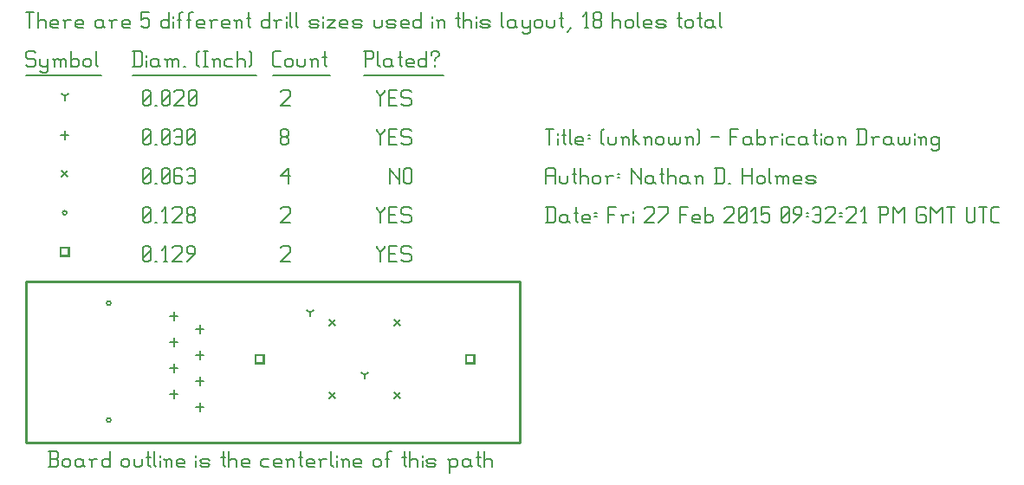
<source format=gbr>
G04 start of page 13 for group -3984 idx -3984 *
G04 Title: (unknown), fab *
G04 Creator: pcb 20140316 *
G04 CreationDate: Fri 27 Feb 2015 09:32:21 PM GMT UTC *
G04 For: ndholmes *
G04 Format: Gerber/RS-274X *
G04 PCB-Dimensions (mil): 1900.00 620.00 *
G04 PCB-Coordinate-Origin: lower left *
%MOIN*%
%FSLAX25Y25*%
%LNFAB*%
%ADD57C,0.0100*%
%ADD56C,0.0060*%
%ADD55R,0.0080X0.0080*%
G54D55*X169400Y33600D02*X172600D01*
X169400D02*Y30400D01*
X172600D01*
Y33600D02*Y30400D01*
X88400Y33600D02*X91600D01*
X88400D02*Y30400D01*
X91600D01*
Y33600D02*Y30400D01*
X13400Y74850D02*X16600D01*
X13400D02*Y71650D01*
X16600D01*
Y74850D02*Y71650D01*
G54D56*X135000Y75500D02*Y74750D01*
X136500Y73250D01*
X138000Y74750D01*
Y75500D02*Y74750D01*
X136500Y73250D02*Y69500D01*
X139800Y72500D02*X142050D01*
X139800Y69500D02*X142800D01*
X139800Y75500D02*Y69500D01*
Y75500D02*X142800D01*
X147600D02*X148350Y74750D01*
X145350Y75500D02*X147600D01*
X144600Y74750D02*X145350Y75500D01*
X144600Y74750D02*Y73250D01*
X145350Y72500D01*
X147600D01*
X148350Y71750D01*
Y70250D01*
X147600Y69500D02*X148350Y70250D01*
X145350Y69500D02*X147600D01*
X144600Y70250D02*X145350Y69500D01*
X98000Y74750D02*X98750Y75500D01*
X101000D01*
X101750Y74750D01*
Y73250D01*
X98000Y69500D02*X101750Y73250D01*
X98000Y69500D02*X101750D01*
X45000Y70250D02*X45750Y69500D01*
X45000Y74750D02*Y70250D01*
Y74750D02*X45750Y75500D01*
X47250D01*
X48000Y74750D01*
Y70250D01*
X47250Y69500D02*X48000Y70250D01*
X45750Y69500D02*X47250D01*
X45000Y71000D02*X48000Y74000D01*
X49800Y69500D02*X50550D01*
X53100D02*X54600D01*
X53850Y75500D02*Y69500D01*
X52350Y74000D02*X53850Y75500D01*
X56400Y74750D02*X57150Y75500D01*
X59400D01*
X60150Y74750D01*
Y73250D01*
X56400Y69500D02*X60150Y73250D01*
X56400Y69500D02*X60150D01*
X61950D02*X64950Y72500D01*
Y74750D02*Y72500D01*
X64200Y75500D02*X64950Y74750D01*
X62700Y75500D02*X64200D01*
X61950Y74750D02*X62700Y75500D01*
X61950Y74750D02*Y73250D01*
X62700Y72500D01*
X64950D01*
X31200Y53500D02*G75*G03X32800Y53500I800J0D01*G01*
G75*G03X31200Y53500I-800J0D01*G01*
Y8500D02*G75*G03X32800Y8500I800J0D01*G01*
G75*G03X31200Y8500I-800J0D01*G01*
X14200Y88250D02*G75*G03X15800Y88250I800J0D01*G01*
G75*G03X14200Y88250I-800J0D01*G01*
X135000Y90500D02*Y89750D01*
X136500Y88250D01*
X138000Y89750D01*
Y90500D02*Y89750D01*
X136500Y88250D02*Y84500D01*
X139800Y87500D02*X142050D01*
X139800Y84500D02*X142800D01*
X139800Y90500D02*Y84500D01*
Y90500D02*X142800D01*
X147600D02*X148350Y89750D01*
X145350Y90500D02*X147600D01*
X144600Y89750D02*X145350Y90500D01*
X144600Y89750D02*Y88250D01*
X145350Y87500D01*
X147600D01*
X148350Y86750D01*
Y85250D01*
X147600Y84500D02*X148350Y85250D01*
X145350Y84500D02*X147600D01*
X144600Y85250D02*X145350Y84500D01*
X98000Y89750D02*X98750Y90500D01*
X101000D01*
X101750Y89750D01*
Y88250D01*
X98000Y84500D02*X101750Y88250D01*
X98000Y84500D02*X101750D01*
X45000Y85250D02*X45750Y84500D01*
X45000Y89750D02*Y85250D01*
Y89750D02*X45750Y90500D01*
X47250D01*
X48000Y89750D01*
Y85250D01*
X47250Y84500D02*X48000Y85250D01*
X45750Y84500D02*X47250D01*
X45000Y86000D02*X48000Y89000D01*
X49800Y84500D02*X50550D01*
X53100D02*X54600D01*
X53850Y90500D02*Y84500D01*
X52350Y89000D02*X53850Y90500D01*
X56400Y89750D02*X57150Y90500D01*
X59400D01*
X60150Y89750D01*
Y88250D01*
X56400Y84500D02*X60150Y88250D01*
X56400Y84500D02*X60150D01*
X61950Y85250D02*X62700Y84500D01*
X61950Y86750D02*Y85250D01*
Y86750D02*X62700Y87500D01*
X64200D01*
X64950Y86750D01*
Y85250D01*
X64200Y84500D02*X64950Y85250D01*
X62700Y84500D02*X64200D01*
X61950Y88250D02*X62700Y87500D01*
X61950Y89750D02*Y88250D01*
Y89750D02*X62700Y90500D01*
X64200D01*
X64950Y89750D01*
Y88250D01*
X64200Y87500D02*X64950Y88250D01*
X116800Y19150D02*X119200Y16750D01*
X116800D02*X119200Y19150D01*
X116800Y47250D02*X119200Y44850D01*
X116800D02*X119200Y47250D01*
X141800Y19150D02*X144200Y16750D01*
X141800D02*X144200Y19150D01*
X141800Y47250D02*X144200Y44850D01*
X141800D02*X144200Y47250D01*
X13800Y104450D02*X16200Y102050D01*
X13800D02*X16200Y104450D01*
X140000Y105500D02*Y99500D01*
Y105500D02*Y104750D01*
X143750Y101000D01*
Y105500D02*Y99500D01*
X145550Y104750D02*Y100250D01*
Y104750D02*X146300Y105500D01*
X147800D01*
X148550Y104750D01*
Y100250D01*
X147800Y99500D02*X148550Y100250D01*
X146300Y99500D02*X147800D01*
X145550Y100250D02*X146300Y99500D01*
X98000Y102500D02*X101000Y105500D01*
X98000Y102500D02*X101750D01*
X101000Y105500D02*Y99500D01*
X45000Y100250D02*X45750Y99500D01*
X45000Y104750D02*Y100250D01*
Y104750D02*X45750Y105500D01*
X47250D01*
X48000Y104750D01*
Y100250D01*
X47250Y99500D02*X48000Y100250D01*
X45750Y99500D02*X47250D01*
X45000Y101000D02*X48000Y104000D01*
X49800Y99500D02*X50550D01*
X52350Y100250D02*X53100Y99500D01*
X52350Y104750D02*Y100250D01*
Y104750D02*X53100Y105500D01*
X54600D01*
X55350Y104750D01*
Y100250D01*
X54600Y99500D02*X55350Y100250D01*
X53100Y99500D02*X54600D01*
X52350Y101000D02*X55350Y104000D01*
X59400Y105500D02*X60150Y104750D01*
X57900Y105500D02*X59400D01*
X57150Y104750D02*X57900Y105500D01*
X57150Y104750D02*Y100250D01*
X57900Y99500D01*
X59400Y102500D02*X60150Y101750D01*
X57150Y102500D02*X59400D01*
X57900Y99500D02*X59400D01*
X60150Y100250D01*
Y101750D02*Y100250D01*
X61950Y104750D02*X62700Y105500D01*
X64200D01*
X64950Y104750D01*
Y100250D01*
X64200Y99500D02*X64950Y100250D01*
X62700Y99500D02*X64200D01*
X61950Y100250D02*X62700Y99500D01*
Y102500D02*X64950D01*
X57000Y50100D02*Y46900D01*
X55400Y48500D02*X58600D01*
X67000Y45100D02*Y41900D01*
X65400Y43500D02*X68600D01*
X57000Y40100D02*Y36900D01*
X55400Y38500D02*X58600D01*
X67000Y35100D02*Y31900D01*
X65400Y33500D02*X68600D01*
X57000Y30100D02*Y26900D01*
X55400Y28500D02*X58600D01*
X67000Y25100D02*Y21900D01*
X65400Y23500D02*X68600D01*
X57000Y20100D02*Y16900D01*
X55400Y18500D02*X58600D01*
X67000Y15100D02*Y11900D01*
X65400Y13500D02*X68600D01*
X15000Y119850D02*Y116650D01*
X13400Y118250D02*X16600D01*
X135000Y120500D02*Y119750D01*
X136500Y118250D01*
X138000Y119750D01*
Y120500D02*Y119750D01*
X136500Y118250D02*Y114500D01*
X139800Y117500D02*X142050D01*
X139800Y114500D02*X142800D01*
X139800Y120500D02*Y114500D01*
Y120500D02*X142800D01*
X147600D02*X148350Y119750D01*
X145350Y120500D02*X147600D01*
X144600Y119750D02*X145350Y120500D01*
X144600Y119750D02*Y118250D01*
X145350Y117500D01*
X147600D01*
X148350Y116750D01*
Y115250D01*
X147600Y114500D02*X148350Y115250D01*
X145350Y114500D02*X147600D01*
X144600Y115250D02*X145350Y114500D01*
X98000Y115250D02*X98750Y114500D01*
X98000Y116750D02*Y115250D01*
Y116750D02*X98750Y117500D01*
X100250D01*
X101000Y116750D01*
Y115250D01*
X100250Y114500D02*X101000Y115250D01*
X98750Y114500D02*X100250D01*
X98000Y118250D02*X98750Y117500D01*
X98000Y119750D02*Y118250D01*
Y119750D02*X98750Y120500D01*
X100250D01*
X101000Y119750D01*
Y118250D01*
X100250Y117500D02*X101000Y118250D01*
X45000Y115250D02*X45750Y114500D01*
X45000Y119750D02*Y115250D01*
Y119750D02*X45750Y120500D01*
X47250D01*
X48000Y119750D01*
Y115250D01*
X47250Y114500D02*X48000Y115250D01*
X45750Y114500D02*X47250D01*
X45000Y116000D02*X48000Y119000D01*
X49800Y114500D02*X50550D01*
X52350Y115250D02*X53100Y114500D01*
X52350Y119750D02*Y115250D01*
Y119750D02*X53100Y120500D01*
X54600D01*
X55350Y119750D01*
Y115250D01*
X54600Y114500D02*X55350Y115250D01*
X53100Y114500D02*X54600D01*
X52350Y116000D02*X55350Y119000D01*
X57150Y119750D02*X57900Y120500D01*
X59400D01*
X60150Y119750D01*
Y115250D01*
X59400Y114500D02*X60150Y115250D01*
X57900Y114500D02*X59400D01*
X57150Y115250D02*X57900Y114500D01*
Y117500D02*X60150D01*
X61950Y115250D02*X62700Y114500D01*
X61950Y119750D02*Y115250D01*
Y119750D02*X62700Y120500D01*
X64200D01*
X64950Y119750D01*
Y115250D01*
X64200Y114500D02*X64950Y115250D01*
X62700Y114500D02*X64200D01*
X61950Y116000D02*X64950Y119000D01*
X109500Y50000D02*Y48400D01*
Y50000D02*X110887Y50800D01*
X109500Y50000D02*X108113Y50800D01*
X130500Y26000D02*Y24400D01*
Y26000D02*X131887Y26800D01*
X130500Y26000D02*X129113Y26800D01*
X15000Y133250D02*Y131650D01*
Y133250D02*X16387Y134050D01*
X15000Y133250D02*X13613Y134050D01*
X135000Y135500D02*Y134750D01*
X136500Y133250D01*
X138000Y134750D01*
Y135500D02*Y134750D01*
X136500Y133250D02*Y129500D01*
X139800Y132500D02*X142050D01*
X139800Y129500D02*X142800D01*
X139800Y135500D02*Y129500D01*
Y135500D02*X142800D01*
X147600D02*X148350Y134750D01*
X145350Y135500D02*X147600D01*
X144600Y134750D02*X145350Y135500D01*
X144600Y134750D02*Y133250D01*
X145350Y132500D01*
X147600D01*
X148350Y131750D01*
Y130250D01*
X147600Y129500D02*X148350Y130250D01*
X145350Y129500D02*X147600D01*
X144600Y130250D02*X145350Y129500D01*
X98000Y134750D02*X98750Y135500D01*
X101000D01*
X101750Y134750D01*
Y133250D01*
X98000Y129500D02*X101750Y133250D01*
X98000Y129500D02*X101750D01*
X45000Y130250D02*X45750Y129500D01*
X45000Y134750D02*Y130250D01*
Y134750D02*X45750Y135500D01*
X47250D01*
X48000Y134750D01*
Y130250D01*
X47250Y129500D02*X48000Y130250D01*
X45750Y129500D02*X47250D01*
X45000Y131000D02*X48000Y134000D01*
X49800Y129500D02*X50550D01*
X52350Y130250D02*X53100Y129500D01*
X52350Y134750D02*Y130250D01*
Y134750D02*X53100Y135500D01*
X54600D01*
X55350Y134750D01*
Y130250D01*
X54600Y129500D02*X55350Y130250D01*
X53100Y129500D02*X54600D01*
X52350Y131000D02*X55350Y134000D01*
X57150Y134750D02*X57900Y135500D01*
X60150D01*
X60900Y134750D01*
Y133250D01*
X57150Y129500D02*X60900Y133250D01*
X57150Y129500D02*X60900D01*
X62700Y130250D02*X63450Y129500D01*
X62700Y134750D02*Y130250D01*
Y134750D02*X63450Y135500D01*
X64950D01*
X65700Y134750D01*
Y130250D01*
X64950Y129500D02*X65700Y130250D01*
X63450Y129500D02*X64950D01*
X62700Y131000D02*X65700Y134000D01*
X3000Y150500D02*X3750Y149750D01*
X750Y150500D02*X3000D01*
X0Y149750D02*X750Y150500D01*
X0Y149750D02*Y148250D01*
X750Y147500D01*
X3000D01*
X3750Y146750D01*
Y145250D01*
X3000Y144500D02*X3750Y145250D01*
X750Y144500D02*X3000D01*
X0Y145250D02*X750Y144500D01*
X5550Y147500D02*Y145250D01*
X6300Y144500D01*
X8550Y147500D02*Y143000D01*
X7800Y142250D02*X8550Y143000D01*
X6300Y142250D02*X7800D01*
X5550Y143000D02*X6300Y142250D01*
Y144500D02*X7800D01*
X8550Y145250D01*
X11100Y146750D02*Y144500D01*
Y146750D02*X11850Y147500D01*
X12600D01*
X13350Y146750D01*
Y144500D01*
Y146750D02*X14100Y147500D01*
X14850D01*
X15600Y146750D01*
Y144500D01*
X10350Y147500D02*X11100Y146750D01*
X17400Y150500D02*Y144500D01*
Y145250D02*X18150Y144500D01*
X19650D01*
X20400Y145250D01*
Y146750D02*Y145250D01*
X19650Y147500D02*X20400Y146750D01*
X18150Y147500D02*X19650D01*
X17400Y146750D02*X18150Y147500D01*
X22200Y146750D02*Y145250D01*
Y146750D02*X22950Y147500D01*
X24450D01*
X25200Y146750D01*
Y145250D01*
X24450Y144500D02*X25200Y145250D01*
X22950Y144500D02*X24450D01*
X22200Y145250D02*X22950Y144500D01*
X27000Y150500D02*Y145250D01*
X27750Y144500D01*
X0Y141250D02*X29250D01*
X41750Y150500D02*Y144500D01*
X44000Y150500D02*X44750Y149750D01*
Y145250D01*
X44000Y144500D02*X44750Y145250D01*
X41000Y144500D02*X44000D01*
X41000Y150500D02*X44000D01*
X46550Y149000D02*Y148250D01*
Y146750D02*Y144500D01*
X50300Y147500D02*X51050Y146750D01*
X48800Y147500D02*X50300D01*
X48050Y146750D02*X48800Y147500D01*
X48050Y146750D02*Y145250D01*
X48800Y144500D01*
X51050Y147500D02*Y145250D01*
X51800Y144500D01*
X48800D02*X50300D01*
X51050Y145250D01*
X54350Y146750D02*Y144500D01*
Y146750D02*X55100Y147500D01*
X55850D01*
X56600Y146750D01*
Y144500D01*
Y146750D02*X57350Y147500D01*
X58100D01*
X58850Y146750D01*
Y144500D01*
X53600Y147500D02*X54350Y146750D01*
X60650Y144500D02*X61400D01*
X65900Y145250D02*X66650Y144500D01*
X65900Y149750D02*X66650Y150500D01*
X65900Y149750D02*Y145250D01*
X68450Y150500D02*X69950D01*
X69200D02*Y144500D01*
X68450D02*X69950D01*
X72500Y146750D02*Y144500D01*
Y146750D02*X73250Y147500D01*
X74000D01*
X74750Y146750D01*
Y144500D01*
X71750Y147500D02*X72500Y146750D01*
X77300Y147500D02*X79550D01*
X76550Y146750D02*X77300Y147500D01*
X76550Y146750D02*Y145250D01*
X77300Y144500D01*
X79550D01*
X81350Y150500D02*Y144500D01*
Y146750D02*X82100Y147500D01*
X83600D01*
X84350Y146750D01*
Y144500D01*
X86150Y150500D02*X86900Y149750D01*
Y145250D01*
X86150Y144500D02*X86900Y145250D01*
X41000Y141250D02*X88700D01*
X95750Y144500D02*X98000D01*
X95000Y145250D02*X95750Y144500D01*
X95000Y149750D02*Y145250D01*
Y149750D02*X95750Y150500D01*
X98000D01*
X99800Y146750D02*Y145250D01*
Y146750D02*X100550Y147500D01*
X102050D01*
X102800Y146750D01*
Y145250D01*
X102050Y144500D02*X102800Y145250D01*
X100550Y144500D02*X102050D01*
X99800Y145250D02*X100550Y144500D01*
X104600Y147500D02*Y145250D01*
X105350Y144500D01*
X106850D01*
X107600Y145250D01*
Y147500D02*Y145250D01*
X110150Y146750D02*Y144500D01*
Y146750D02*X110900Y147500D01*
X111650D01*
X112400Y146750D01*
Y144500D01*
X109400Y147500D02*X110150Y146750D01*
X114950Y150500D02*Y145250D01*
X115700Y144500D01*
X114200Y148250D02*X115700D01*
X95000Y141250D02*X117200D01*
X130750Y150500D02*Y144500D01*
X130000Y150500D02*X133000D01*
X133750Y149750D01*
Y148250D01*
X133000Y147500D02*X133750Y148250D01*
X130750Y147500D02*X133000D01*
X135550Y150500D02*Y145250D01*
X136300Y144500D01*
X140050Y147500D02*X140800Y146750D01*
X138550Y147500D02*X140050D01*
X137800Y146750D02*X138550Y147500D01*
X137800Y146750D02*Y145250D01*
X138550Y144500D01*
X140800Y147500D02*Y145250D01*
X141550Y144500D01*
X138550D02*X140050D01*
X140800Y145250D01*
X144100Y150500D02*Y145250D01*
X144850Y144500D01*
X143350Y148250D02*X144850D01*
X147100Y144500D02*X149350D01*
X146350Y145250D02*X147100Y144500D01*
X146350Y146750D02*Y145250D01*
Y146750D02*X147100Y147500D01*
X148600D01*
X149350Y146750D01*
X146350Y146000D02*X149350D01*
Y146750D02*Y146000D01*
X154150Y150500D02*Y144500D01*
X153400D02*X154150Y145250D01*
X151900Y144500D02*X153400D01*
X151150Y145250D02*X151900Y144500D01*
X151150Y146750D02*Y145250D01*
Y146750D02*X151900Y147500D01*
X153400D01*
X154150Y146750D01*
X157450Y147500D02*Y146750D01*
Y145250D02*Y144500D01*
X155950Y149750D02*Y149000D01*
Y149750D02*X156700Y150500D01*
X158200D01*
X158950Y149750D01*
Y149000D01*
X157450Y147500D02*X158950Y149000D01*
X130000Y141250D02*X160750D01*
X0Y165500D02*X3000D01*
X1500D02*Y159500D01*
X4800Y165500D02*Y159500D01*
Y161750D02*X5550Y162500D01*
X7050D01*
X7800Y161750D01*
Y159500D01*
X10350D02*X12600D01*
X9600Y160250D02*X10350Y159500D01*
X9600Y161750D02*Y160250D01*
Y161750D02*X10350Y162500D01*
X11850D01*
X12600Y161750D01*
X9600Y161000D02*X12600D01*
Y161750D02*Y161000D01*
X15150Y161750D02*Y159500D01*
Y161750D02*X15900Y162500D01*
X17400D01*
X14400D02*X15150Y161750D01*
X19950Y159500D02*X22200D01*
X19200Y160250D02*X19950Y159500D01*
X19200Y161750D02*Y160250D01*
Y161750D02*X19950Y162500D01*
X21450D01*
X22200Y161750D01*
X19200Y161000D02*X22200D01*
Y161750D02*Y161000D01*
X28950Y162500D02*X29700Y161750D01*
X27450Y162500D02*X28950D01*
X26700Y161750D02*X27450Y162500D01*
X26700Y161750D02*Y160250D01*
X27450Y159500D01*
X29700Y162500D02*Y160250D01*
X30450Y159500D01*
X27450D02*X28950D01*
X29700Y160250D01*
X33000Y161750D02*Y159500D01*
Y161750D02*X33750Y162500D01*
X35250D01*
X32250D02*X33000Y161750D01*
X37800Y159500D02*X40050D01*
X37050Y160250D02*X37800Y159500D01*
X37050Y161750D02*Y160250D01*
Y161750D02*X37800Y162500D01*
X39300D01*
X40050Y161750D01*
X37050Y161000D02*X40050D01*
Y161750D02*Y161000D01*
X44550Y165500D02*X47550D01*
X44550D02*Y162500D01*
X45300Y163250D01*
X46800D01*
X47550Y162500D01*
Y160250D01*
X46800Y159500D02*X47550Y160250D01*
X45300Y159500D02*X46800D01*
X44550Y160250D02*X45300Y159500D01*
X55050Y165500D02*Y159500D01*
X54300D02*X55050Y160250D01*
X52800Y159500D02*X54300D01*
X52050Y160250D02*X52800Y159500D01*
X52050Y161750D02*Y160250D01*
Y161750D02*X52800Y162500D01*
X54300D01*
X55050Y161750D01*
X56850Y164000D02*Y163250D01*
Y161750D02*Y159500D01*
X59100Y164750D02*Y159500D01*
Y164750D02*X59850Y165500D01*
X60600D01*
X58350Y162500D02*X59850D01*
X62850Y164750D02*Y159500D01*
Y164750D02*X63600Y165500D01*
X64350D01*
X62100Y162500D02*X63600D01*
X66600Y159500D02*X68850D01*
X65850Y160250D02*X66600Y159500D01*
X65850Y161750D02*Y160250D01*
Y161750D02*X66600Y162500D01*
X68100D01*
X68850Y161750D01*
X65850Y161000D02*X68850D01*
Y161750D02*Y161000D01*
X71400Y161750D02*Y159500D01*
Y161750D02*X72150Y162500D01*
X73650D01*
X70650D02*X71400Y161750D01*
X76200Y159500D02*X78450D01*
X75450Y160250D02*X76200Y159500D01*
X75450Y161750D02*Y160250D01*
Y161750D02*X76200Y162500D01*
X77700D01*
X78450Y161750D01*
X75450Y161000D02*X78450D01*
Y161750D02*Y161000D01*
X81000Y161750D02*Y159500D01*
Y161750D02*X81750Y162500D01*
X82500D01*
X83250Y161750D01*
Y159500D01*
X80250Y162500D02*X81000Y161750D01*
X85800Y165500D02*Y160250D01*
X86550Y159500D01*
X85050Y163250D02*X86550D01*
X93750Y165500D02*Y159500D01*
X93000D02*X93750Y160250D01*
X91500Y159500D02*X93000D01*
X90750Y160250D02*X91500Y159500D01*
X90750Y161750D02*Y160250D01*
Y161750D02*X91500Y162500D01*
X93000D01*
X93750Y161750D01*
X96300D02*Y159500D01*
Y161750D02*X97050Y162500D01*
X98550D01*
X95550D02*X96300Y161750D01*
X100350Y164000D02*Y163250D01*
Y161750D02*Y159500D01*
X101850Y165500D02*Y160250D01*
X102600Y159500D01*
X104100Y165500D02*Y160250D01*
X104850Y159500D01*
X109800D02*X112050D01*
X112800Y160250D01*
X112050Y161000D02*X112800Y160250D01*
X109800Y161000D02*X112050D01*
X109050Y161750D02*X109800Y161000D01*
X109050Y161750D02*X109800Y162500D01*
X112050D01*
X112800Y161750D01*
X109050Y160250D02*X109800Y159500D01*
X114600Y164000D02*Y163250D01*
Y161750D02*Y159500D01*
X116100Y162500D02*X119100D01*
X116100Y159500D02*X119100Y162500D01*
X116100Y159500D02*X119100D01*
X121650D02*X123900D01*
X120900Y160250D02*X121650Y159500D01*
X120900Y161750D02*Y160250D01*
Y161750D02*X121650Y162500D01*
X123150D01*
X123900Y161750D01*
X120900Y161000D02*X123900D01*
Y161750D02*Y161000D01*
X126450Y159500D02*X128700D01*
X129450Y160250D01*
X128700Y161000D02*X129450Y160250D01*
X126450Y161000D02*X128700D01*
X125700Y161750D02*X126450Y161000D01*
X125700Y161750D02*X126450Y162500D01*
X128700D01*
X129450Y161750D01*
X125700Y160250D02*X126450Y159500D01*
X133950Y162500D02*Y160250D01*
X134700Y159500D01*
X136200D01*
X136950Y160250D01*
Y162500D02*Y160250D01*
X139500Y159500D02*X141750D01*
X142500Y160250D01*
X141750Y161000D02*X142500Y160250D01*
X139500Y161000D02*X141750D01*
X138750Y161750D02*X139500Y161000D01*
X138750Y161750D02*X139500Y162500D01*
X141750D01*
X142500Y161750D01*
X138750Y160250D02*X139500Y159500D01*
X145050D02*X147300D01*
X144300Y160250D02*X145050Y159500D01*
X144300Y161750D02*Y160250D01*
Y161750D02*X145050Y162500D01*
X146550D01*
X147300Y161750D01*
X144300Y161000D02*X147300D01*
Y161750D02*Y161000D01*
X152100Y165500D02*Y159500D01*
X151350D02*X152100Y160250D01*
X149850Y159500D02*X151350D01*
X149100Y160250D02*X149850Y159500D01*
X149100Y161750D02*Y160250D01*
Y161750D02*X149850Y162500D01*
X151350D01*
X152100Y161750D01*
X156600Y164000D02*Y163250D01*
Y161750D02*Y159500D01*
X158850Y161750D02*Y159500D01*
Y161750D02*X159600Y162500D01*
X160350D01*
X161100Y161750D01*
Y159500D01*
X158100Y162500D02*X158850Y161750D01*
X166350Y165500D02*Y160250D01*
X167100Y159500D01*
X165600Y163250D02*X167100D01*
X168600Y165500D02*Y159500D01*
Y161750D02*X169350Y162500D01*
X170850D01*
X171600Y161750D01*
Y159500D01*
X173400Y164000D02*Y163250D01*
Y161750D02*Y159500D01*
X175650D02*X177900D01*
X178650Y160250D01*
X177900Y161000D02*X178650Y160250D01*
X175650Y161000D02*X177900D01*
X174900Y161750D02*X175650Y161000D01*
X174900Y161750D02*X175650Y162500D01*
X177900D01*
X178650Y161750D01*
X174900Y160250D02*X175650Y159500D01*
X183150Y165500D02*Y160250D01*
X183900Y159500D01*
X187650Y162500D02*X188400Y161750D01*
X186150Y162500D02*X187650D01*
X185400Y161750D02*X186150Y162500D01*
X185400Y161750D02*Y160250D01*
X186150Y159500D01*
X188400Y162500D02*Y160250D01*
X189150Y159500D01*
X186150D02*X187650D01*
X188400Y160250D01*
X190950Y162500D02*Y160250D01*
X191700Y159500D01*
X193950Y162500D02*Y158000D01*
X193200Y157250D02*X193950Y158000D01*
X191700Y157250D02*X193200D01*
X190950Y158000D02*X191700Y157250D01*
Y159500D02*X193200D01*
X193950Y160250D01*
X195750Y161750D02*Y160250D01*
Y161750D02*X196500Y162500D01*
X198000D01*
X198750Y161750D01*
Y160250D01*
X198000Y159500D02*X198750Y160250D01*
X196500Y159500D02*X198000D01*
X195750Y160250D02*X196500Y159500D01*
X200550Y162500D02*Y160250D01*
X201300Y159500D01*
X202800D01*
X203550Y160250D01*
Y162500D02*Y160250D01*
X206100Y165500D02*Y160250D01*
X206850Y159500D01*
X205350Y163250D02*X206850D01*
X208350Y158000D02*X209850Y159500D01*
X215100D02*X216600D01*
X215850Y165500D02*Y159500D01*
X214350Y164000D02*X215850Y165500D01*
X218400Y160250D02*X219150Y159500D01*
X218400Y161750D02*Y160250D01*
Y161750D02*X219150Y162500D01*
X220650D01*
X221400Y161750D01*
Y160250D01*
X220650Y159500D02*X221400Y160250D01*
X219150Y159500D02*X220650D01*
X218400Y163250D02*X219150Y162500D01*
X218400Y164750D02*Y163250D01*
Y164750D02*X219150Y165500D01*
X220650D01*
X221400Y164750D01*
Y163250D01*
X220650Y162500D02*X221400Y163250D01*
X225900Y165500D02*Y159500D01*
Y161750D02*X226650Y162500D01*
X228150D01*
X228900Y161750D01*
Y159500D01*
X230700Y161750D02*Y160250D01*
Y161750D02*X231450Y162500D01*
X232950D01*
X233700Y161750D01*
Y160250D01*
X232950Y159500D02*X233700Y160250D01*
X231450Y159500D02*X232950D01*
X230700Y160250D02*X231450Y159500D01*
X235500Y165500D02*Y160250D01*
X236250Y159500D01*
X238500D02*X240750D01*
X237750Y160250D02*X238500Y159500D01*
X237750Y161750D02*Y160250D01*
Y161750D02*X238500Y162500D01*
X240000D01*
X240750Y161750D01*
X237750Y161000D02*X240750D01*
Y161750D02*Y161000D01*
X243300Y159500D02*X245550D01*
X246300Y160250D01*
X245550Y161000D02*X246300Y160250D01*
X243300Y161000D02*X245550D01*
X242550Y161750D02*X243300Y161000D01*
X242550Y161750D02*X243300Y162500D01*
X245550D01*
X246300Y161750D01*
X242550Y160250D02*X243300Y159500D01*
X251550Y165500D02*Y160250D01*
X252300Y159500D01*
X250800Y163250D02*X252300D01*
X253800Y161750D02*Y160250D01*
Y161750D02*X254550Y162500D01*
X256050D01*
X256800Y161750D01*
Y160250D01*
X256050Y159500D02*X256800Y160250D01*
X254550Y159500D02*X256050D01*
X253800Y160250D02*X254550Y159500D01*
X259350Y165500D02*Y160250D01*
X260100Y159500D01*
X258600Y163250D02*X260100D01*
X263850Y162500D02*X264600Y161750D01*
X262350Y162500D02*X263850D01*
X261600Y161750D02*X262350Y162500D01*
X261600Y161750D02*Y160250D01*
X262350Y159500D01*
X264600Y162500D02*Y160250D01*
X265350Y159500D01*
X262350D02*X263850D01*
X264600Y160250D01*
X267150Y165500D02*Y160250D01*
X267900Y159500D01*
G54D57*X0Y0D02*X190000D01*
Y62000D01*
X0D01*
Y0D01*
G54D56*X8675Y-9500D02*X11675D01*
X12425Y-8750D01*
Y-7250D02*Y-8750D01*
X11675Y-6500D02*X12425Y-7250D01*
X9425Y-6500D02*X11675D01*
X9425Y-3500D02*Y-9500D01*
X8675Y-3500D02*X11675D01*
X12425Y-4250D01*
Y-5750D01*
X11675Y-6500D02*X12425Y-5750D01*
X14225Y-7250D02*Y-8750D01*
Y-7250D02*X14975Y-6500D01*
X16475D01*
X17225Y-7250D01*
Y-8750D01*
X16475Y-9500D02*X17225Y-8750D01*
X14975Y-9500D02*X16475D01*
X14225Y-8750D02*X14975Y-9500D01*
X21275Y-6500D02*X22025Y-7250D01*
X19775Y-6500D02*X21275D01*
X19025Y-7250D02*X19775Y-6500D01*
X19025Y-7250D02*Y-8750D01*
X19775Y-9500D01*
X22025Y-6500D02*Y-8750D01*
X22775Y-9500D01*
X19775D02*X21275D01*
X22025Y-8750D01*
X25325Y-7250D02*Y-9500D01*
Y-7250D02*X26075Y-6500D01*
X27575D01*
X24575D02*X25325Y-7250D01*
X32375Y-3500D02*Y-9500D01*
X31625D02*X32375Y-8750D01*
X30125Y-9500D02*X31625D01*
X29375Y-8750D02*X30125Y-9500D01*
X29375Y-7250D02*Y-8750D01*
Y-7250D02*X30125Y-6500D01*
X31625D01*
X32375Y-7250D01*
X36875D02*Y-8750D01*
Y-7250D02*X37625Y-6500D01*
X39125D01*
X39875Y-7250D01*
Y-8750D01*
X39125Y-9500D02*X39875Y-8750D01*
X37625Y-9500D02*X39125D01*
X36875Y-8750D02*X37625Y-9500D01*
X41675Y-6500D02*Y-8750D01*
X42425Y-9500D01*
X43925D01*
X44675Y-8750D01*
Y-6500D02*Y-8750D01*
X47225Y-3500D02*Y-8750D01*
X47975Y-9500D01*
X46475Y-5750D02*X47975D01*
X49475Y-3500D02*Y-8750D01*
X50225Y-9500D01*
X51725Y-5000D02*Y-5750D01*
Y-7250D02*Y-9500D01*
X53975Y-7250D02*Y-9500D01*
Y-7250D02*X54725Y-6500D01*
X55475D01*
X56225Y-7250D01*
Y-9500D01*
X53225Y-6500D02*X53975Y-7250D01*
X58775Y-9500D02*X61025D01*
X58025Y-8750D02*X58775Y-9500D01*
X58025Y-7250D02*Y-8750D01*
Y-7250D02*X58775Y-6500D01*
X60275D01*
X61025Y-7250D01*
X58025Y-8000D02*X61025D01*
Y-7250D02*Y-8000D01*
X65525Y-5000D02*Y-5750D01*
Y-7250D02*Y-9500D01*
X67775D02*X70025D01*
X70775Y-8750D01*
X70025Y-8000D02*X70775Y-8750D01*
X67775Y-8000D02*X70025D01*
X67025Y-7250D02*X67775Y-8000D01*
X67025Y-7250D02*X67775Y-6500D01*
X70025D01*
X70775Y-7250D01*
X67025Y-8750D02*X67775Y-9500D01*
X76025Y-3500D02*Y-8750D01*
X76775Y-9500D01*
X75275Y-5750D02*X76775D01*
X78275Y-3500D02*Y-9500D01*
Y-7250D02*X79025Y-6500D01*
X80525D01*
X81275Y-7250D01*
Y-9500D01*
X83825D02*X86075D01*
X83075Y-8750D02*X83825Y-9500D01*
X83075Y-7250D02*Y-8750D01*
Y-7250D02*X83825Y-6500D01*
X85325D01*
X86075Y-7250D01*
X83075Y-8000D02*X86075D01*
Y-7250D02*Y-8000D01*
X91325Y-6500D02*X93575D01*
X90575Y-7250D02*X91325Y-6500D01*
X90575Y-7250D02*Y-8750D01*
X91325Y-9500D01*
X93575D01*
X96125D02*X98375D01*
X95375Y-8750D02*X96125Y-9500D01*
X95375Y-7250D02*Y-8750D01*
Y-7250D02*X96125Y-6500D01*
X97625D01*
X98375Y-7250D01*
X95375Y-8000D02*X98375D01*
Y-7250D02*Y-8000D01*
X100925Y-7250D02*Y-9500D01*
Y-7250D02*X101675Y-6500D01*
X102425D01*
X103175Y-7250D01*
Y-9500D01*
X100175Y-6500D02*X100925Y-7250D01*
X105725Y-3500D02*Y-8750D01*
X106475Y-9500D01*
X104975Y-5750D02*X106475D01*
X108725Y-9500D02*X110975D01*
X107975Y-8750D02*X108725Y-9500D01*
X107975Y-7250D02*Y-8750D01*
Y-7250D02*X108725Y-6500D01*
X110225D01*
X110975Y-7250D01*
X107975Y-8000D02*X110975D01*
Y-7250D02*Y-8000D01*
X113525Y-7250D02*Y-9500D01*
Y-7250D02*X114275Y-6500D01*
X115775D01*
X112775D02*X113525Y-7250D01*
X117575Y-3500D02*Y-8750D01*
X118325Y-9500D01*
X119825Y-5000D02*Y-5750D01*
Y-7250D02*Y-9500D01*
X122075Y-7250D02*Y-9500D01*
Y-7250D02*X122825Y-6500D01*
X123575D01*
X124325Y-7250D01*
Y-9500D01*
X121325Y-6500D02*X122075Y-7250D01*
X126875Y-9500D02*X129125D01*
X126125Y-8750D02*X126875Y-9500D01*
X126125Y-7250D02*Y-8750D01*
Y-7250D02*X126875Y-6500D01*
X128375D01*
X129125Y-7250D01*
X126125Y-8000D02*X129125D01*
Y-7250D02*Y-8000D01*
X133625Y-7250D02*Y-8750D01*
Y-7250D02*X134375Y-6500D01*
X135875D01*
X136625Y-7250D01*
Y-8750D01*
X135875Y-9500D02*X136625Y-8750D01*
X134375Y-9500D02*X135875D01*
X133625Y-8750D02*X134375Y-9500D01*
X139175Y-4250D02*Y-9500D01*
Y-4250D02*X139925Y-3500D01*
X140675D01*
X138425Y-6500D02*X139925D01*
X145625Y-3500D02*Y-8750D01*
X146375Y-9500D01*
X144875Y-5750D02*X146375D01*
X147875Y-3500D02*Y-9500D01*
Y-7250D02*X148625Y-6500D01*
X150125D01*
X150875Y-7250D01*
Y-9500D01*
X152675Y-5000D02*Y-5750D01*
Y-7250D02*Y-9500D01*
X154925D02*X157175D01*
X157925Y-8750D01*
X157175Y-8000D02*X157925Y-8750D01*
X154925Y-8000D02*X157175D01*
X154175Y-7250D02*X154925Y-8000D01*
X154175Y-7250D02*X154925Y-6500D01*
X157175D01*
X157925Y-7250D01*
X154175Y-8750D02*X154925Y-9500D01*
X163175Y-7250D02*Y-11750D01*
X162425Y-6500D02*X163175Y-7250D01*
X163925Y-6500D01*
X165425D01*
X166175Y-7250D01*
Y-8750D01*
X165425Y-9500D02*X166175Y-8750D01*
X163925Y-9500D02*X165425D01*
X163175Y-8750D02*X163925Y-9500D01*
X170225Y-6500D02*X170975Y-7250D01*
X168725Y-6500D02*X170225D01*
X167975Y-7250D02*X168725Y-6500D01*
X167975Y-7250D02*Y-8750D01*
X168725Y-9500D01*
X170975Y-6500D02*Y-8750D01*
X171725Y-9500D01*
X168725D02*X170225D01*
X170975Y-8750D01*
X174275Y-3500D02*Y-8750D01*
X175025Y-9500D01*
X173525Y-5750D02*X175025D01*
X176525Y-3500D02*Y-9500D01*
Y-7250D02*X177275Y-6500D01*
X178775D01*
X179525Y-7250D01*
Y-9500D01*
X200750Y90500D02*Y84500D01*
X203000Y90500D02*X203750Y89750D01*
Y85250D01*
X203000Y84500D02*X203750Y85250D01*
X200000Y84500D02*X203000D01*
X200000Y90500D02*X203000D01*
X207800Y87500D02*X208550Y86750D01*
X206300Y87500D02*X207800D01*
X205550Y86750D02*X206300Y87500D01*
X205550Y86750D02*Y85250D01*
X206300Y84500D01*
X208550Y87500D02*Y85250D01*
X209300Y84500D01*
X206300D02*X207800D01*
X208550Y85250D01*
X211850Y90500D02*Y85250D01*
X212600Y84500D01*
X211100Y88250D02*X212600D01*
X214850Y84500D02*X217100D01*
X214100Y85250D02*X214850Y84500D01*
X214100Y86750D02*Y85250D01*
Y86750D02*X214850Y87500D01*
X216350D01*
X217100Y86750D01*
X214100Y86000D02*X217100D01*
Y86750D02*Y86000D01*
X218900Y88250D02*X219650D01*
X218900Y86750D02*X219650D01*
X224150Y90500D02*Y84500D01*
Y90500D02*X227150D01*
X224150Y87500D02*X226400D01*
X229700Y86750D02*Y84500D01*
Y86750D02*X230450Y87500D01*
X231950D01*
X228950D02*X229700Y86750D01*
X233750Y89000D02*Y88250D01*
Y86750D02*Y84500D01*
X237950Y89750D02*X238700Y90500D01*
X240950D01*
X241700Y89750D01*
Y88250D01*
X237950Y84500D02*X241700Y88250D01*
X237950Y84500D02*X241700D01*
X243500D02*X247250Y88250D01*
Y90500D02*Y88250D01*
X243500Y90500D02*X247250D01*
X251750D02*Y84500D01*
Y90500D02*X254750D01*
X251750Y87500D02*X254000D01*
X257300Y84500D02*X259550D01*
X256550Y85250D02*X257300Y84500D01*
X256550Y86750D02*Y85250D01*
Y86750D02*X257300Y87500D01*
X258800D01*
X259550Y86750D01*
X256550Y86000D02*X259550D01*
Y86750D02*Y86000D01*
X261350Y90500D02*Y84500D01*
Y85250D02*X262100Y84500D01*
X263600D01*
X264350Y85250D01*
Y86750D02*Y85250D01*
X263600Y87500D02*X264350Y86750D01*
X262100Y87500D02*X263600D01*
X261350Y86750D02*X262100Y87500D01*
X268850Y89750D02*X269600Y90500D01*
X271850D01*
X272600Y89750D01*
Y88250D01*
X268850Y84500D02*X272600Y88250D01*
X268850Y84500D02*X272600D01*
X274400Y85250D02*X275150Y84500D01*
X274400Y89750D02*Y85250D01*
Y89750D02*X275150Y90500D01*
X276650D01*
X277400Y89750D01*
Y85250D01*
X276650Y84500D02*X277400Y85250D01*
X275150Y84500D02*X276650D01*
X274400Y86000D02*X277400Y89000D01*
X279950Y84500D02*X281450D01*
X280700Y90500D02*Y84500D01*
X279200Y89000D02*X280700Y90500D01*
X283250D02*X286250D01*
X283250D02*Y87500D01*
X284000Y88250D01*
X285500D01*
X286250Y87500D01*
Y85250D01*
X285500Y84500D02*X286250Y85250D01*
X284000Y84500D02*X285500D01*
X283250Y85250D02*X284000Y84500D01*
X290750Y85250D02*X291500Y84500D01*
X290750Y89750D02*Y85250D01*
Y89750D02*X291500Y90500D01*
X293000D01*
X293750Y89750D01*
Y85250D01*
X293000Y84500D02*X293750Y85250D01*
X291500Y84500D02*X293000D01*
X290750Y86000D02*X293750Y89000D01*
X295550Y84500D02*X298550Y87500D01*
Y89750D02*Y87500D01*
X297800Y90500D02*X298550Y89750D01*
X296300Y90500D02*X297800D01*
X295550Y89750D02*X296300Y90500D01*
X295550Y89750D02*Y88250D01*
X296300Y87500D01*
X298550D01*
X300350Y88250D02*X301100D01*
X300350Y86750D02*X301100D01*
X302900Y89750D02*X303650Y90500D01*
X305150D01*
X305900Y89750D01*
Y85250D01*
X305150Y84500D02*X305900Y85250D01*
X303650Y84500D02*X305150D01*
X302900Y85250D02*X303650Y84500D01*
Y87500D02*X305900D01*
X307700Y89750D02*X308450Y90500D01*
X310700D01*
X311450Y89750D01*
Y88250D01*
X307700Y84500D02*X311450Y88250D01*
X307700Y84500D02*X311450D01*
X313250Y88250D02*X314000D01*
X313250Y86750D02*X314000D01*
X315800Y89750D02*X316550Y90500D01*
X318800D01*
X319550Y89750D01*
Y88250D01*
X315800Y84500D02*X319550Y88250D01*
X315800Y84500D02*X319550D01*
X322100D02*X323600D01*
X322850Y90500D02*Y84500D01*
X321350Y89000D02*X322850Y90500D01*
X328850D02*Y84500D01*
X328100Y90500D02*X331100D01*
X331850Y89750D01*
Y88250D01*
X331100Y87500D02*X331850Y88250D01*
X328850Y87500D02*X331100D01*
X333650Y90500D02*Y84500D01*
Y90500D02*X335900Y88250D01*
X338150Y90500D01*
Y84500D01*
X345650Y90500D02*X346400Y89750D01*
X343400Y90500D02*X345650D01*
X342650Y89750D02*X343400Y90500D01*
X342650Y89750D02*Y85250D01*
X343400Y84500D01*
X345650D01*
X346400Y85250D01*
Y86750D02*Y85250D01*
X345650Y87500D02*X346400Y86750D01*
X344150Y87500D02*X345650D01*
X348200Y90500D02*Y84500D01*
Y90500D02*X350450Y88250D01*
X352700Y90500D01*
Y84500D01*
X354500Y90500D02*X357500D01*
X356000D02*Y84500D01*
X362000Y90500D02*Y85250D01*
X362750Y84500D01*
X364250D01*
X365000Y85250D01*
Y90500D02*Y85250D01*
X366800Y90500D02*X369800D01*
X368300D02*Y84500D01*
X372350D02*X374600D01*
X371600Y85250D02*X372350Y84500D01*
X371600Y89750D02*Y85250D01*
Y89750D02*X372350Y90500D01*
X374600D01*
X200000Y104750D02*Y99500D01*
Y104750D02*X200750Y105500D01*
X203000D01*
X203750Y104750D01*
Y99500D01*
X200000Y102500D02*X203750D01*
X205550D02*Y100250D01*
X206300Y99500D01*
X207800D01*
X208550Y100250D01*
Y102500D02*Y100250D01*
X211100Y105500D02*Y100250D01*
X211850Y99500D01*
X210350Y103250D02*X211850D01*
X213350Y105500D02*Y99500D01*
Y101750D02*X214100Y102500D01*
X215600D01*
X216350Y101750D01*
Y99500D01*
X218150Y101750D02*Y100250D01*
Y101750D02*X218900Y102500D01*
X220400D01*
X221150Y101750D01*
Y100250D01*
X220400Y99500D02*X221150Y100250D01*
X218900Y99500D02*X220400D01*
X218150Y100250D02*X218900Y99500D01*
X223700Y101750D02*Y99500D01*
Y101750D02*X224450Y102500D01*
X225950D01*
X222950D02*X223700Y101750D01*
X227750Y103250D02*X228500D01*
X227750Y101750D02*X228500D01*
X233000Y105500D02*Y99500D01*
Y105500D02*Y104750D01*
X236750Y101000D01*
Y105500D02*Y99500D01*
X240800Y102500D02*X241550Y101750D01*
X239300Y102500D02*X240800D01*
X238550Y101750D02*X239300Y102500D01*
X238550Y101750D02*Y100250D01*
X239300Y99500D01*
X241550Y102500D02*Y100250D01*
X242300Y99500D01*
X239300D02*X240800D01*
X241550Y100250D01*
X244850Y105500D02*Y100250D01*
X245600Y99500D01*
X244100Y103250D02*X245600D01*
X247100Y105500D02*Y99500D01*
Y101750D02*X247850Y102500D01*
X249350D01*
X250100Y101750D01*
Y99500D01*
X254150Y102500D02*X254900Y101750D01*
X252650Y102500D02*X254150D01*
X251900Y101750D02*X252650Y102500D01*
X251900Y101750D02*Y100250D01*
X252650Y99500D01*
X254900Y102500D02*Y100250D01*
X255650Y99500D01*
X252650D02*X254150D01*
X254900Y100250D01*
X258200Y101750D02*Y99500D01*
Y101750D02*X258950Y102500D01*
X259700D01*
X260450Y101750D01*
Y99500D01*
X257450Y102500D02*X258200Y101750D01*
X265700Y105500D02*Y99500D01*
X267950Y105500D02*X268700Y104750D01*
Y100250D01*
X267950Y99500D02*X268700Y100250D01*
X264950Y99500D02*X267950D01*
X264950Y105500D02*X267950D01*
X270500Y99500D02*X271250D01*
X275750Y105500D02*Y99500D01*
X279500Y105500D02*Y99500D01*
X275750Y102500D02*X279500D01*
X281300Y101750D02*Y100250D01*
Y101750D02*X282050Y102500D01*
X283550D01*
X284300Y101750D01*
Y100250D01*
X283550Y99500D02*X284300Y100250D01*
X282050Y99500D02*X283550D01*
X281300Y100250D02*X282050Y99500D01*
X286100Y105500D02*Y100250D01*
X286850Y99500D01*
X289100Y101750D02*Y99500D01*
Y101750D02*X289850Y102500D01*
X290600D01*
X291350Y101750D01*
Y99500D01*
Y101750D02*X292100Y102500D01*
X292850D01*
X293600Y101750D01*
Y99500D01*
X288350Y102500D02*X289100Y101750D01*
X296150Y99500D02*X298400D01*
X295400Y100250D02*X296150Y99500D01*
X295400Y101750D02*Y100250D01*
Y101750D02*X296150Y102500D01*
X297650D01*
X298400Y101750D01*
X295400Y101000D02*X298400D01*
Y101750D02*Y101000D01*
X300950Y99500D02*X303200D01*
X303950Y100250D01*
X303200Y101000D02*X303950Y100250D01*
X300950Y101000D02*X303200D01*
X300200Y101750D02*X300950Y101000D01*
X300200Y101750D02*X300950Y102500D01*
X303200D01*
X303950Y101750D01*
X300200Y100250D02*X300950Y99500D01*
X200000Y120500D02*X203000D01*
X201500D02*Y114500D01*
X204800Y119000D02*Y118250D01*
Y116750D02*Y114500D01*
X207050Y120500D02*Y115250D01*
X207800Y114500D01*
X206300Y118250D02*X207800D01*
X209300Y120500D02*Y115250D01*
X210050Y114500D01*
X212300D02*X214550D01*
X211550Y115250D02*X212300Y114500D01*
X211550Y116750D02*Y115250D01*
Y116750D02*X212300Y117500D01*
X213800D01*
X214550Y116750D01*
X211550Y116000D02*X214550D01*
Y116750D02*Y116000D01*
X216350Y118250D02*X217100D01*
X216350Y116750D02*X217100D01*
X221600Y115250D02*X222350Y114500D01*
X221600Y119750D02*X222350Y120500D01*
X221600Y119750D02*Y115250D01*
X224150Y117500D02*Y115250D01*
X224900Y114500D01*
X226400D01*
X227150Y115250D01*
Y117500D02*Y115250D01*
X229700Y116750D02*Y114500D01*
Y116750D02*X230450Y117500D01*
X231200D01*
X231950Y116750D01*
Y114500D01*
X228950Y117500D02*X229700Y116750D01*
X233750Y120500D02*Y114500D01*
Y116750D02*X236000Y114500D01*
X233750Y116750D02*X235250Y118250D01*
X238550Y116750D02*Y114500D01*
Y116750D02*X239300Y117500D01*
X240050D01*
X240800Y116750D01*
Y114500D01*
X237800Y117500D02*X238550Y116750D01*
X242600D02*Y115250D01*
Y116750D02*X243350Y117500D01*
X244850D01*
X245600Y116750D01*
Y115250D01*
X244850Y114500D02*X245600Y115250D01*
X243350Y114500D02*X244850D01*
X242600Y115250D02*X243350Y114500D01*
X247400Y117500D02*Y115250D01*
X248150Y114500D01*
X248900D01*
X249650Y115250D01*
Y117500D02*Y115250D01*
X250400Y114500D01*
X251150D01*
X251900Y115250D01*
Y117500D02*Y115250D01*
X254450Y116750D02*Y114500D01*
Y116750D02*X255200Y117500D01*
X255950D01*
X256700Y116750D01*
Y114500D01*
X253700Y117500D02*X254450Y116750D01*
X258500Y120500D02*X259250Y119750D01*
Y115250D01*
X258500Y114500D02*X259250Y115250D01*
X263750Y117500D02*X266750D01*
X271250Y120500D02*Y114500D01*
Y120500D02*X274250D01*
X271250Y117500D02*X273500D01*
X278300D02*X279050Y116750D01*
X276800Y117500D02*X278300D01*
X276050Y116750D02*X276800Y117500D01*
X276050Y116750D02*Y115250D01*
X276800Y114500D01*
X279050Y117500D02*Y115250D01*
X279800Y114500D01*
X276800D02*X278300D01*
X279050Y115250D01*
X281600Y120500D02*Y114500D01*
Y115250D02*X282350Y114500D01*
X283850D01*
X284600Y115250D01*
Y116750D02*Y115250D01*
X283850Y117500D02*X284600Y116750D01*
X282350Y117500D02*X283850D01*
X281600Y116750D02*X282350Y117500D01*
X287150Y116750D02*Y114500D01*
Y116750D02*X287900Y117500D01*
X289400D01*
X286400D02*X287150Y116750D01*
X291200Y119000D02*Y118250D01*
Y116750D02*Y114500D01*
X293450Y117500D02*X295700D01*
X292700Y116750D02*X293450Y117500D01*
X292700Y116750D02*Y115250D01*
X293450Y114500D01*
X295700D01*
X299750Y117500D02*X300500Y116750D01*
X298250Y117500D02*X299750D01*
X297500Y116750D02*X298250Y117500D01*
X297500Y116750D02*Y115250D01*
X298250Y114500D01*
X300500Y117500D02*Y115250D01*
X301250Y114500D01*
X298250D02*X299750D01*
X300500Y115250D01*
X303800Y120500D02*Y115250D01*
X304550Y114500D01*
X303050Y118250D02*X304550D01*
X306050Y119000D02*Y118250D01*
Y116750D02*Y114500D01*
X307550Y116750D02*Y115250D01*
Y116750D02*X308300Y117500D01*
X309800D01*
X310550Y116750D01*
Y115250D01*
X309800Y114500D02*X310550Y115250D01*
X308300Y114500D02*X309800D01*
X307550Y115250D02*X308300Y114500D01*
X313100Y116750D02*Y114500D01*
Y116750D02*X313850Y117500D01*
X314600D01*
X315350Y116750D01*
Y114500D01*
X312350Y117500D02*X313100Y116750D01*
X320600Y120500D02*Y114500D01*
X322850Y120500D02*X323600Y119750D01*
Y115250D01*
X322850Y114500D02*X323600Y115250D01*
X319850Y114500D02*X322850D01*
X319850Y120500D02*X322850D01*
X326150Y116750D02*Y114500D01*
Y116750D02*X326900Y117500D01*
X328400D01*
X325400D02*X326150Y116750D01*
X332450Y117500D02*X333200Y116750D01*
X330950Y117500D02*X332450D01*
X330200Y116750D02*X330950Y117500D01*
X330200Y116750D02*Y115250D01*
X330950Y114500D01*
X333200Y117500D02*Y115250D01*
X333950Y114500D01*
X330950D02*X332450D01*
X333200Y115250D01*
X335750Y117500D02*Y115250D01*
X336500Y114500D01*
X337250D01*
X338000Y115250D01*
Y117500D02*Y115250D01*
X338750Y114500D01*
X339500D01*
X340250Y115250D01*
Y117500D02*Y115250D01*
X342050Y119000D02*Y118250D01*
Y116750D02*Y114500D01*
X344300Y116750D02*Y114500D01*
Y116750D02*X345050Y117500D01*
X345800D01*
X346550Y116750D01*
Y114500D01*
X343550Y117500D02*X344300Y116750D01*
X350600Y117500D02*X351350Y116750D01*
X349100Y117500D02*X350600D01*
X348350Y116750D02*X349100Y117500D01*
X348350Y116750D02*Y115250D01*
X349100Y114500D01*
X350600D01*
X351350Y115250D01*
X348350Y113000D02*X349100Y112250D01*
X350600D01*
X351350Y113000D01*
Y117500D02*Y113000D01*
M02*

</source>
